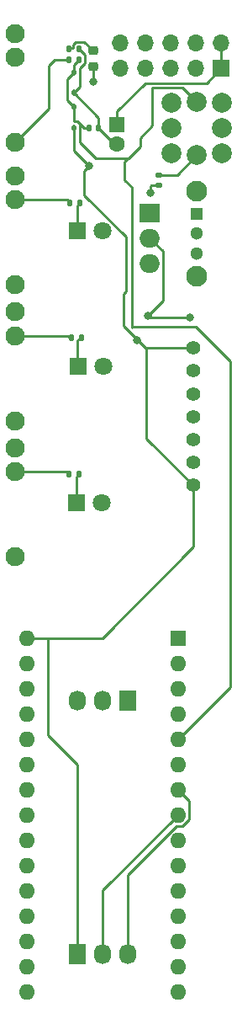
<source format=gbr>
%TF.GenerationSoftware,KiCad,Pcbnew,7.0.5*%
%TF.CreationDate,2023-09-13T13:06:11-07:00*%
%TF.ProjectId,16Bars,31364261-7273-42e6-9b69-6361645f7063,rev?*%
%TF.SameCoordinates,Original*%
%TF.FileFunction,Copper,L1,Top*%
%TF.FilePolarity,Positive*%
%FSLAX46Y46*%
G04 Gerber Fmt 4.6, Leading zero omitted, Abs format (unit mm)*
G04 Created by KiCad (PCBNEW 7.0.5) date 2023-09-13 13:06:11*
%MOMM*%
%LPD*%
G01*
G04 APERTURE LIST*
G04 Aperture macros list*
%AMRoundRect*
0 Rectangle with rounded corners*
0 $1 Rounding radius*
0 $2 $3 $4 $5 $6 $7 $8 $9 X,Y pos of 4 corners*
0 Add a 4 corners polygon primitive as box body*
4,1,4,$2,$3,$4,$5,$6,$7,$8,$9,$2,$3,0*
0 Add four circle primitives for the rounded corners*
1,1,$1+$1,$2,$3*
1,1,$1+$1,$4,$5*
1,1,$1+$1,$6,$7*
1,1,$1+$1,$8,$9*
0 Add four rect primitives between the rounded corners*
20,1,$1+$1,$2,$3,$4,$5,0*
20,1,$1+$1,$4,$5,$6,$7,0*
20,1,$1+$1,$6,$7,$8,$9,0*
20,1,$1+$1,$8,$9,$2,$3,0*%
G04 Aperture macros list end*
%TA.AperFunction,ComponentPad*%
%ADD10R,1.700000X1.700000*%
%TD*%
%TA.AperFunction,ComponentPad*%
%ADD11O,1.700000X1.700000*%
%TD*%
%TA.AperFunction,ComponentPad*%
%ADD12R,1.727200X2.032000*%
%TD*%
%TA.AperFunction,ComponentPad*%
%ADD13O,1.727200X2.032000*%
%TD*%
%TA.AperFunction,ComponentPad*%
%ADD14C,1.930400*%
%TD*%
%TA.AperFunction,WasherPad*%
%ADD15C,2.000000*%
%TD*%
%TA.AperFunction,ComponentPad*%
%ADD16C,2.000000*%
%TD*%
%TA.AperFunction,SMDPad,CuDef*%
%ADD17RoundRect,0.112500X-0.112500X0.187500X-0.112500X-0.187500X0.112500X-0.187500X0.112500X0.187500X0*%
%TD*%
%TA.AperFunction,SMDPad,CuDef*%
%ADD18RoundRect,0.112500X0.112500X-0.187500X0.112500X0.187500X-0.112500X0.187500X-0.112500X-0.187500X0*%
%TD*%
%TA.AperFunction,ComponentPad*%
%ADD19R,1.300000X1.300000*%
%TD*%
%TA.AperFunction,ComponentPad*%
%ADD20C,1.300000*%
%TD*%
%TA.AperFunction,ComponentPad*%
%ADD21C,2.100000*%
%TD*%
%TA.AperFunction,ComponentPad*%
%ADD22C,1.400000*%
%TD*%
%TA.AperFunction,ComponentPad*%
%ADD23R,2.000000X1.905000*%
%TD*%
%TA.AperFunction,ComponentPad*%
%ADD24O,2.000000X1.905000*%
%TD*%
%TA.AperFunction,ComponentPad*%
%ADD25R,1.800000X1.800000*%
%TD*%
%TA.AperFunction,ComponentPad*%
%ADD26C,1.800000*%
%TD*%
%TA.AperFunction,SMDPad,CuDef*%
%ADD27RoundRect,0.135000X0.135000X0.185000X-0.135000X0.185000X-0.135000X-0.185000X0.135000X-0.185000X0*%
%TD*%
%TA.AperFunction,SMDPad,CuDef*%
%ADD28RoundRect,0.135000X-0.135000X-0.185000X0.135000X-0.185000X0.135000X0.185000X-0.135000X0.185000X0*%
%TD*%
%TA.AperFunction,SMDPad,CuDef*%
%ADD29RoundRect,0.135000X0.185000X-0.135000X0.185000X0.135000X-0.185000X0.135000X-0.185000X-0.135000X0*%
%TD*%
%TA.AperFunction,SMDPad,CuDef*%
%ADD30RoundRect,0.140000X-0.140000X-0.170000X0.140000X-0.170000X0.140000X0.170000X-0.140000X0.170000X0*%
%TD*%
%TA.AperFunction,SMDPad,CuDef*%
%ADD31RoundRect,0.218750X-0.256250X0.218750X-0.256250X-0.218750X0.256250X-0.218750X0.256250X0.218750X0*%
%TD*%
%TA.AperFunction,ComponentPad*%
%ADD32R,1.600000X1.600000*%
%TD*%
%TA.AperFunction,ComponentPad*%
%ADD33C,1.600000*%
%TD*%
%TA.AperFunction,ComponentPad*%
%ADD34O,1.600000X1.600000*%
%TD*%
%TA.AperFunction,ViaPad*%
%ADD35C,0.800000*%
%TD*%
%TA.AperFunction,Conductor*%
%ADD36C,0.250000*%
%TD*%
G04 APERTURE END LIST*
D10*
%TO.P,J2,1,Pin_1*%
%TO.N,+12V*%
X82700000Y-40000000D03*
D11*
%TO.P,J2,2,Pin_2*%
X82700000Y-37460000D03*
%TO.P,J2,3,Pin_3*%
%TO.N,GND*%
X80160000Y-40000000D03*
%TO.P,J2,4,Pin_4*%
X80160000Y-37460000D03*
%TO.P,J2,5,Pin_5*%
X77620000Y-40000000D03*
%TO.P,J2,6,Pin_6*%
X77620000Y-37460000D03*
%TO.P,J2,7,Pin_7*%
X75080000Y-40000000D03*
%TO.P,J2,8,Pin_8*%
X75080000Y-37460000D03*
%TO.P,J2,9,Pin_9*%
%TO.N,unconnected-(J2-Pin_9-Pad9)*%
X72540000Y-40000000D03*
%TO.P,J2,10,Pin_10*%
%TO.N,unconnected-(J2-Pin_10-Pad10)*%
X72540000Y-37460000D03*
%TD*%
D12*
%TO.P,J3,1,Pin_1*%
%TO.N,+5V*%
X68210000Y-129000000D03*
D13*
%TO.P,J3,2,Pin_2*%
%TO.N,RESET*%
X70750000Y-129000000D03*
%TO.P,J3,3,Pin_3*%
%TO.N,CLOCK_BAR*%
X73290000Y-129000000D03*
%TD*%
D12*
%TO.P,J7,1,Pin_1*%
%TO.N,GND*%
X73290000Y-103550000D03*
D13*
%TO.P,J7,2,Pin_2*%
X70750000Y-103550000D03*
%TO.P,J7,3,Pin_3*%
X68210000Y-103550000D03*
%TD*%
D14*
%TO.P,J6,1,SIG*%
%TO.N,/lastBar*%
X62000000Y-89107000D03*
%TO.P,J6,2,SHEILD*%
%TO.N,GND*%
X62000000Y-78134200D03*
%TO.P,J6,3,SW*%
X62000000Y-80547200D03*
%TD*%
%TO.P,J5,1,SIG*%
%TO.N,/middleBar*%
X62000000Y-75429500D03*
%TO.P,J5,2,SHEILD*%
%TO.N,GND*%
X62000000Y-64456700D03*
%TO.P,J5,3,SW*%
X62000000Y-66869700D03*
%TD*%
%TO.P,J4,1,SIG*%
%TO.N,/firstBar*%
X62000000Y-61752000D03*
%TO.P,J4,2,SHEILD*%
%TO.N,GND*%
X62000000Y-50779200D03*
%TO.P,J4,3,SW*%
X62000000Y-53192200D03*
%TD*%
%TO.P,J1,1,SIG*%
%TO.N,Net-(J1-SIG)*%
X61970000Y-47452000D03*
%TO.P,J1,2,SHEILD*%
%TO.N,GND*%
X61970000Y-36479200D03*
%TO.P,J1,3,SW*%
X61970000Y-38892200D03*
%TD*%
D15*
%TO.P,SW1,*%
%TO.N,*%
X77697600Y-45980300D03*
X82777600Y-45980300D03*
D16*
%TO.P,SW1,1,1*%
%TO.N,GND*%
X77697600Y-43440300D03*
%TO.P,SW1,2,2*%
%TO.N,unconnected-(SW1-Pad2)*%
X77697600Y-48520300D03*
%TO.P,SW1,3,3*%
%TO.N,unconnected-(SW1-Pad3)*%
X82777600Y-43440300D03*
%TO.P,SW1,4,4*%
%TO.N,/ResetButton*%
X82777600Y-48520300D03*
%TO.P,SW1,L1,L1*%
%TO.N,CLOCK_IN*%
X80237600Y-43320300D03*
%TO.P,SW1,L2,L2*%
%TO.N,Net-(R15-Pad2)*%
X80237600Y-48720300D03*
%TD*%
D17*
%TO.P,D6,1,K*%
%TO.N,CLOCK_IN*%
X67900000Y-40350000D03*
%TO.P,D6,2,A*%
%TO.N,GND*%
X67900000Y-42450000D03*
%TD*%
D18*
%TO.P,D5,1,K*%
%TO.N,+5V*%
X67900000Y-45950000D03*
%TO.P,D5,2,A*%
%TO.N,CLOCK_IN*%
X67900000Y-43850000D03*
%TD*%
D19*
%TO.P,SW3,1,N.C.*%
%TO.N,+5V*%
X80237600Y-54600000D03*
D20*
%TO.P,SW3,2,COM*%
%TO.N,/barsPerPhrase*%
X80237600Y-56600000D03*
%TO.P,SW3,3,N.O.*%
%TO.N,GND*%
X80237600Y-58600000D03*
D21*
%TO.P,SW3,4,4*%
X80237600Y-52300000D03*
%TO.P,SW3,5,5*%
X80237600Y-60900000D03*
%TD*%
D22*
%TO.P,S1,1,1*%
%TO.N,/barsPerBar-4*%
X79912600Y-70400000D03*
%TO.P,S1,2,2*%
%TO.N,/barsPerBar-7*%
X79912600Y-72700000D03*
%TO.P,S1,3,3*%
%TO.N,/barsPerBar-8*%
X79912600Y-75000000D03*
%TO.P,S1,4,4*%
%TO.N,/barsPerBar-12*%
X79912600Y-77300000D03*
%TO.P,S1,5,5*%
%TO.N,/barsPerBar-16*%
X79912600Y-79600000D03*
%TO.P,S1,C1,COM_1*%
%TO.N,+5V*%
X79912600Y-68100000D03*
%TO.P,S1,C2,COM_2*%
X79912600Y-81900000D03*
%TD*%
D23*
%TO.P,U1,1,VI*%
%TO.N,+12V*%
X75500000Y-54500000D03*
D24*
%TO.P,U1,2,GND*%
%TO.N,GND*%
X75500000Y-57040000D03*
%TO.P,U1,3,VO*%
%TO.N,+5V*%
X75500000Y-59580000D03*
%TD*%
D25*
%TO.P,D4,1,K*%
%TO.N,Net-(D4-K)*%
X68125000Y-83655000D03*
D26*
%TO.P,D4,2,A*%
%TO.N,/lastBarLED*%
X70665000Y-83655000D03*
%TD*%
D25*
%TO.P,D3,1,K*%
%TO.N,Net-(D3-K)*%
X68320000Y-69977500D03*
D26*
%TO.P,D3,2,A*%
%TO.N,/middleBarLED*%
X70860000Y-69977500D03*
%TD*%
D27*
%TO.P,R5,2*%
%TO.N,Net-(J1-SIG)*%
X67390000Y-39100000D03*
%TO.P,R5,1*%
%TO.N,CLOCK_IN*%
X68410000Y-39100000D03*
%TD*%
D25*
%TO.P,D1,1,K*%
%TO.N,Net-(D1-K)*%
X68225000Y-56300000D03*
D26*
%TO.P,D1,2,A*%
%TO.N,/firstBarLED*%
X70765000Y-56300000D03*
%TD*%
D28*
%TO.P,R3,1*%
%TO.N,GND*%
X67390000Y-80800000D03*
%TO.P,R3,2*%
%TO.N,Net-(D4-K)*%
X68410000Y-80800000D03*
%TD*%
%TO.P,R2,1*%
%TO.N,GND*%
X67590000Y-67100000D03*
%TO.P,R2,2*%
%TO.N,Net-(D3-K)*%
X68610000Y-67100000D03*
%TD*%
D29*
%TO.P,R15,1*%
%TO.N,GND*%
X76400000Y-51710000D03*
%TO.P,R15,2*%
%TO.N,Net-(R15-Pad2)*%
X76400000Y-50690000D03*
%TD*%
D30*
%TO.P,C11,2*%
%TO.N,GND*%
X70380000Y-46000000D03*
%TO.P,C11,1*%
%TO.N,CLOCK_IN*%
X69420000Y-46000000D03*
%TD*%
D31*
%TO.P,PWR,2,A*%
%TO.N,+5V*%
X69800000Y-39787500D03*
%TO.P,PWR,1,K*%
%TO.N,Net-(D2-K)*%
X69800000Y-38212500D03*
%TD*%
D28*
%TO.P,R1,1*%
%TO.N,GND*%
X67490000Y-53500000D03*
%TO.P,R1,2*%
%TO.N,Net-(D1-K)*%
X68510000Y-53500000D03*
%TD*%
D27*
%TO.P,R12,2*%
%TO.N,Net-(D2-K)*%
X67390000Y-38000000D03*
%TO.P,R12,1*%
%TO.N,GND*%
X68410000Y-38000000D03*
%TD*%
D32*
%TO.P,C1,1*%
%TO.N,+12V*%
X72200000Y-45600000D03*
D33*
%TO.P,C1,2*%
%TO.N,GND*%
X72200000Y-47600000D03*
%TD*%
D32*
%TO.P,A1,1,D1/TX*%
%TO.N,unconnected-(A1-D1{slash}TX-Pad1)*%
X78360000Y-97250000D03*
D34*
%TO.P,A1,2,D0/RX*%
%TO.N,unconnected-(A1-D0{slash}RX-Pad2)*%
X78360000Y-99790000D03*
%TO.P,A1,3,~{RESET}*%
%TO.N,unconnected-(A1-~{RESET}-Pad3)*%
X78360000Y-102330000D03*
%TO.P,A1,4,GND*%
%TO.N,GND*%
X78360000Y-104870000D03*
%TO.P,A1,5,D2*%
%TO.N,CLOCK_IN*%
X78360000Y-107410000D03*
%TO.P,A1,6,D3*%
%TO.N,/ResetButton*%
X78360000Y-109950000D03*
%TO.P,A1,7,D4*%
%TO.N,CLOCK_BAR*%
X78360000Y-112490000D03*
%TO.P,A1,8,D5*%
%TO.N,RESET*%
X78360000Y-115030000D03*
%TO.P,A1,9,D6*%
%TO.N,unconnected-(A1-D6-Pad9)*%
X78360000Y-117570000D03*
%TO.P,A1,10,D7*%
%TO.N,/barsPerBar-4*%
X78360000Y-120110000D03*
%TO.P,A1,11,D8*%
%TO.N,/barsPerBar-7*%
X78360000Y-122650000D03*
%TO.P,A1,12,D9*%
%TO.N,/barsPerBar-8*%
X78360000Y-125190000D03*
%TO.P,A1,13,D10*%
%TO.N,/barsPerBar-12*%
X78360000Y-127730000D03*
%TO.P,A1,14,D11*%
%TO.N,/barsPerBar-16*%
X78360000Y-130270000D03*
%TO.P,A1,15,D12*%
%TO.N,/firstBar*%
X78360000Y-132810000D03*
%TO.P,A1,16,D13*%
%TO.N,/middleBar*%
X63120000Y-132810000D03*
%TO.P,A1,17,3V3*%
%TO.N,unconnected-(A1-3V3-Pad17)*%
X63120000Y-130270000D03*
%TO.P,A1,18,AREF*%
%TO.N,unconnected-(A1-AREF-Pad18)*%
X63120000Y-127730000D03*
%TO.P,A1,19,A0*%
%TO.N,/lastBar*%
X63120000Y-125190000D03*
%TO.P,A1,20,A1*%
%TO.N,/firstBarLED*%
X63120000Y-122650000D03*
%TO.P,A1,21,A2*%
%TO.N,/middleBarLED*%
X63120000Y-120110000D03*
%TO.P,A1,22,A3*%
%TO.N,/lastBarLED*%
X63120000Y-117570000D03*
%TO.P,A1,23,A4*%
%TO.N,/barsPerPhrase*%
X63120000Y-115030000D03*
%TO.P,A1,24,A5*%
%TO.N,unconnected-(A1-A5-Pad24)*%
X63120000Y-112490000D03*
%TO.P,A1,25,A6*%
%TO.N,unconnected-(A1-A6-Pad25)*%
X63120000Y-109950000D03*
%TO.P,A1,26,A7*%
%TO.N,unconnected-(A1-A7-Pad26)*%
X63120000Y-107410000D03*
%TO.P,A1,27,+5V*%
%TO.N,unconnected-(A1-+5V-Pad27)*%
X63120000Y-104870000D03*
%TO.P,A1,28,~{RESET}*%
%TO.N,unconnected-(A1-~{RESET}-Pad28)*%
X63120000Y-102330000D03*
%TO.P,A1,29,GND*%
%TO.N,GND*%
X63120000Y-99790000D03*
%TO.P,A1,30,VIN*%
%TO.N,+5V*%
X63120000Y-97250000D03*
%TD*%
D35*
%TO.N,+5V*%
X74200000Y-67300000D03*
X69399311Y-49799311D03*
%TO.N,GND*%
X75300000Y-64900000D03*
X79600000Y-65000000D03*
%TO.N,+5V*%
X69800000Y-41300000D03*
%TO.N,GND*%
X75600000Y-52500000D03*
%TD*%
D36*
%TO.N,GND*%
X76825000Y-63375000D02*
X75300000Y-64900000D01*
X76825000Y-58365000D02*
X76825000Y-63375000D01*
X75500000Y-57040000D02*
X76825000Y-58365000D01*
%TO.N,+5V*%
X74283182Y-67300000D02*
X75083182Y-68100000D01*
X74200000Y-67300000D02*
X74283182Y-67300000D01*
X74200000Y-67216818D02*
X74200000Y-67300000D01*
X72841591Y-65858409D02*
X74200000Y-67216818D01*
X75083182Y-68100000D02*
X79912600Y-68100000D01*
X72841591Y-62658409D02*
X72841591Y-65858409D01*
X73100000Y-56902588D02*
X73100000Y-62400000D01*
X68939612Y-52742200D02*
X73100000Y-56902588D01*
X68939612Y-50259010D02*
X68939612Y-52742200D01*
X73100000Y-62400000D02*
X72841591Y-62658409D01*
X69399311Y-49799311D02*
X68939612Y-50259010D01*
X69399311Y-49799311D02*
X67900000Y-48300000D01*
X67900000Y-48300000D02*
X67900000Y-45950000D01*
%TO.N,CLOCK_IN*%
X68868718Y-46000000D02*
X68450000Y-45581282D01*
X69420000Y-46000000D02*
X68868718Y-46000000D01*
%TO.N,GND*%
X75400000Y-65000000D02*
X75300000Y-64900000D01*
X79600000Y-65000000D02*
X75400000Y-65000000D01*
%TO.N,+12V*%
X72200000Y-44300000D02*
X72200000Y-45600000D01*
X75050000Y-41450000D02*
X72200000Y-44300000D01*
X81250000Y-41450000D02*
X75050000Y-41450000D01*
X82700000Y-40000000D02*
X81250000Y-41450000D01*
%TO.N,GND*%
X71980000Y-47600000D02*
X70380000Y-46000000D01*
X72200000Y-47600000D02*
X71980000Y-47600000D01*
%TO.N,CLOCK_IN*%
X73710000Y-51910000D02*
X73710000Y-66010000D01*
X73000000Y-51200000D02*
X73710000Y-51910000D01*
X73000000Y-49400000D02*
X73000000Y-51200000D01*
X74556195Y-47843805D02*
X73000000Y-49400000D01*
X73350001Y-49049999D02*
X74556195Y-47843805D01*
X68450000Y-47450000D02*
X70049999Y-49049999D01*
X74556195Y-47843805D02*
X74556195Y-46956195D01*
X68450000Y-45581282D02*
X68450000Y-47450000D01*
X68193718Y-45325000D02*
X68450000Y-45581282D01*
X67900000Y-45325000D02*
X68193718Y-45325000D01*
X70049999Y-49049999D02*
X73350001Y-49049999D01*
X67900000Y-43850000D02*
X67900000Y-45325000D01*
%TO.N,+12V*%
X82700000Y-40000000D02*
X82700000Y-37460000D01*
%TO.N,+5V*%
X69800000Y-39787500D02*
X69800000Y-41300000D01*
%TO.N,GND*%
X75690000Y-51710000D02*
X75600000Y-51800000D01*
X75600000Y-51800000D02*
X75600000Y-52500000D01*
X76400000Y-51710000D02*
X75690000Y-51710000D01*
%TO.N,Net-(R15-Pad2)*%
X78267900Y-50690000D02*
X80237600Y-48720300D01*
X76400000Y-50690000D02*
X78267900Y-50690000D01*
%TO.N,GND*%
X68500000Y-40000000D02*
X68500000Y-41850000D01*
X68500000Y-41850000D02*
X67900000Y-42450000D01*
X69005000Y-38595000D02*
X69005000Y-39495000D01*
X69005000Y-39495000D02*
X68500000Y-40000000D01*
X68410000Y-38000000D02*
X69005000Y-38595000D01*
X70380000Y-44930000D02*
X70380000Y-46000000D01*
X67900000Y-42450000D02*
X70380000Y-44930000D01*
%TO.N,CLOCK_IN*%
X74556195Y-46956195D02*
X75800000Y-45712391D01*
X67900000Y-39610000D02*
X67900000Y-40350000D01*
X67200000Y-41050000D02*
X67200000Y-43150000D01*
X67200000Y-43150000D02*
X67900000Y-43850000D01*
X68410000Y-39100000D02*
X67900000Y-39610000D01*
X67900000Y-40350000D02*
X67200000Y-41050000D01*
%TO.N,Net-(D2-K)*%
X68942500Y-37355000D02*
X69800000Y-38212500D01*
X67815000Y-37624462D02*
X68084462Y-37355000D01*
X67815000Y-37938750D02*
X67815000Y-37624462D01*
X67300000Y-37938750D02*
X67815000Y-37938750D01*
X68084462Y-37355000D02*
X68942500Y-37355000D01*
%TO.N,Net-(J1-SIG)*%
X65350000Y-39700000D02*
X65950000Y-39100000D01*
X65350000Y-44072000D02*
X65350000Y-39700000D01*
X61970000Y-47452000D02*
X65350000Y-44072000D01*
X65950000Y-39100000D02*
X67390000Y-39100000D01*
%TO.N,+5V*%
X70740000Y-97250000D02*
X70400000Y-97250000D01*
X79912600Y-81900000D02*
X79912600Y-88077400D01*
X79912600Y-88077400D02*
X70740000Y-97250000D01*
X65250000Y-107000000D02*
X65250000Y-97250000D01*
X65250000Y-97250000D02*
X70400000Y-97250000D01*
X68210000Y-109960000D02*
X65250000Y-107000000D01*
X68210000Y-129000000D02*
X68210000Y-109960000D01*
X63120000Y-97250000D02*
X70400000Y-97250000D01*
%TO.N,GND*%
X67137200Y-80547200D02*
X62000000Y-80547200D01*
X67182200Y-53192200D02*
X62000000Y-53192200D01*
X67390000Y-80800000D02*
X67137200Y-80547200D01*
X67490000Y-53500000D02*
X67182200Y-53192200D01*
X67490000Y-67100000D02*
X67259700Y-66869700D01*
X67259700Y-66869700D02*
X62000000Y-66869700D01*
%TO.N,CLOCK_BAR*%
X79485000Y-113615000D02*
X78360000Y-112490000D01*
X78845000Y-116155000D02*
X79485000Y-115515000D01*
X73290000Y-121049009D02*
X78184009Y-116155000D01*
X78184009Y-116155000D02*
X78845000Y-116155000D01*
X73290000Y-129000000D02*
X73290000Y-121049009D01*
X79485000Y-115515000D02*
X79485000Y-113615000D01*
%TO.N,CLOCK_IN*%
X83600000Y-102170000D02*
X78360000Y-107410000D01*
X83600000Y-69400000D02*
X80200000Y-66000000D01*
X78817300Y-41900000D02*
X80237600Y-43320300D01*
X83600000Y-87300000D02*
X83600000Y-69400000D01*
X80200000Y-66000000D02*
X73700000Y-66000000D01*
X75800000Y-41900000D02*
X78817300Y-41900000D01*
X83600000Y-87300000D02*
X83600000Y-102170000D01*
X75800000Y-45712391D02*
X75800000Y-41900000D01*
%TO.N,Net-(D3-K)*%
X68510000Y-67100000D02*
X68225000Y-67385000D01*
X68225000Y-67385000D02*
X68225000Y-69977500D01*
%TO.N,RESET*%
X70750000Y-129000000D02*
X70750000Y-122640000D01*
X70750000Y-122640000D02*
X78360000Y-115030000D01*
%TO.N,+5V*%
X75200000Y-68100000D02*
X79912600Y-68100000D01*
X75200000Y-77187400D02*
X75200000Y-68100000D01*
X79912600Y-81900000D02*
X75200000Y-77187400D01*
%TO.N,Net-(D1-K)*%
X68225000Y-53785000D02*
X68225000Y-56300000D01*
X68510000Y-53500000D02*
X68225000Y-53785000D01*
%TO.N,Net-(D4-K)*%
X68125000Y-81085000D02*
X68410000Y-80800000D01*
X68125000Y-83655000D02*
X68125000Y-81085000D01*
%TD*%
M02*

</source>
